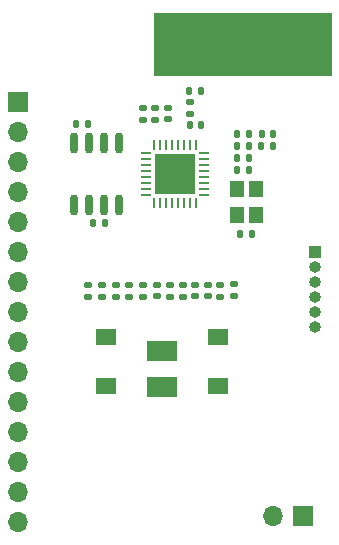
<source format=gbr>
%TF.GenerationSoftware,KiCad,Pcbnew,(6.0.0)*%
%TF.CreationDate,2022-02-12T21:43:18+08:00*%
%TF.ProjectId,esp8266,65737038-3236-4362-9e6b-696361645f70,rev?*%
%TF.SameCoordinates,Original*%
%TF.FileFunction,Soldermask,Top*%
%TF.FilePolarity,Negative*%
%FSLAX46Y46*%
G04 Gerber Fmt 4.6, Leading zero omitted, Abs format (unit mm)*
G04 Created by KiCad (PCBNEW (6.0.0)) date 2022-02-12 21:43:18*
%MOMM*%
%LPD*%
G01*
G04 APERTURE LIST*
G04 Aperture macros list*
%AMRoundRect*
0 Rectangle with rounded corners*
0 $1 Rounding radius*
0 $2 $3 $4 $5 $6 $7 $8 $9 X,Y pos of 4 corners*
0 Add a 4 corners polygon primitive as box body*
4,1,4,$2,$3,$4,$5,$6,$7,$8,$9,$2,$3,0*
0 Add four circle primitives for the rounded corners*
1,1,$1+$1,$2,$3*
1,1,$1+$1,$4,$5*
1,1,$1+$1,$6,$7*
1,1,$1+$1,$8,$9*
0 Add four rect primitives between the rounded corners*
20,1,$1+$1,$2,$3,$4,$5,0*
20,1,$1+$1,$4,$5,$6,$7,0*
20,1,$1+$1,$6,$7,$8,$9,0*
20,1,$1+$1,$8,$9,$2,$3,0*%
G04 Aperture macros list end*
%ADD10C,0.120000*%
%ADD11RoundRect,0.135000X-0.185000X0.135000X-0.185000X-0.135000X0.185000X-0.135000X0.185000X0.135000X0*%
%ADD12RoundRect,0.147500X-0.147500X-0.172500X0.147500X-0.172500X0.147500X0.172500X-0.147500X0.172500X0*%
%ADD13RoundRect,0.147500X-0.172500X0.147500X-0.172500X-0.147500X0.172500X-0.147500X0.172500X0.147500X0*%
%ADD14RoundRect,0.062500X-0.062500X0.375000X-0.062500X-0.375000X0.062500X-0.375000X0.062500X0.375000X0*%
%ADD15RoundRect,0.062500X-0.375000X0.062500X-0.375000X-0.062500X0.375000X-0.062500X0.375000X0.062500X0*%
%ADD16R,3.450000X3.450000*%
%ADD17RoundRect,0.140000X-0.170000X0.140000X-0.170000X-0.140000X0.170000X-0.140000X0.170000X0.140000X0*%
%ADD18RoundRect,0.140000X0.140000X0.170000X-0.140000X0.170000X-0.140000X-0.170000X0.140000X-0.170000X0*%
%ADD19RoundRect,0.135000X-0.135000X-0.185000X0.135000X-0.185000X0.135000X0.185000X-0.135000X0.185000X0*%
%ADD20R,1.700000X1.700000*%
%ADD21O,1.700000X1.700000*%
%ADD22RoundRect,0.135000X0.135000X0.185000X-0.135000X0.185000X-0.135000X-0.185000X0.135000X-0.185000X0*%
%ADD23R,1.800000X1.350000*%
%ADD24R,2.600000X1.800000*%
%ADD25O,0.700000X1.800000*%
%ADD26R,1.000000X1.000000*%
%ADD27O,1.000000X1.000000*%
%ADD28RoundRect,0.140000X-0.140000X-0.170000X0.140000X-0.170000X0.140000X0.170000X-0.140000X0.170000X0*%
%ADD29RoundRect,0.135000X0.185000X-0.135000X0.185000X0.135000X-0.185000X0.135000X-0.185000X-0.135000X0*%
%ADD30R,1.150000X1.400000*%
G04 APERTURE END LIST*
D10*
%TO.C,E1*%
X144844000Y-110974078D02*
X129844000Y-110974078D01*
X129844000Y-110974078D02*
X129844000Y-105774078D01*
X129844000Y-105774078D02*
X144844000Y-105774078D01*
X144844000Y-105774078D02*
X144844000Y-110974078D01*
G36*
X144844000Y-110974078D02*
G01*
X129844000Y-110974078D01*
X129844000Y-105774078D01*
X144844000Y-105774078D01*
X144844000Y-110974078D01*
G37*
X144844000Y-110974078D02*
X129844000Y-110974078D01*
X129844000Y-105774078D01*
X144844000Y-105774078D01*
X144844000Y-110974078D01*
%TD*%
D11*
%TO.C,R9*%
X136608000Y-128733000D03*
X136608000Y-129753000D03*
%TD*%
D12*
%TO.C,L1*%
X132887000Y-115250000D03*
X133857000Y-115250000D03*
%TD*%
D11*
%TO.C,R8*%
X131246501Y-128745207D03*
X131246501Y-129765207D03*
%TD*%
D13*
%TO.C,D2*%
X134421610Y-128778000D03*
X134421610Y-129748000D03*
%TD*%
D14*
%TO.C,U1*%
X133392000Y-116942500D03*
X132892000Y-116942500D03*
X132392000Y-116942500D03*
X131892000Y-116942500D03*
X131392000Y-116942500D03*
X130892000Y-116942500D03*
X130392000Y-116942500D03*
X129892000Y-116942500D03*
D15*
X129204500Y-117630000D03*
X129204500Y-118130000D03*
X129204500Y-118630000D03*
X129204500Y-119130000D03*
X129204500Y-119630000D03*
X129204500Y-120130000D03*
X129204500Y-120630000D03*
X129204500Y-121130000D03*
D14*
X129892000Y-121817500D03*
X130392000Y-121817500D03*
X130892000Y-121817500D03*
X131392000Y-121817500D03*
X131892000Y-121817500D03*
X132392000Y-121817500D03*
X132892000Y-121817500D03*
X133392000Y-121817500D03*
D15*
X134079500Y-121130000D03*
X134079500Y-120630000D03*
X134079500Y-120130000D03*
X134079500Y-119630000D03*
X134079500Y-119130000D03*
X134079500Y-118630000D03*
X134079500Y-118130000D03*
X134079500Y-117630000D03*
D16*
X131642000Y-119380000D03*
%TD*%
D11*
%TO.C,R5*%
X135493220Y-128753000D03*
X135493220Y-129773000D03*
%TD*%
D17*
%TO.C,C2*%
X131016006Y-113800000D03*
X131016006Y-114760000D03*
%TD*%
D18*
%TO.C,C7*%
X139932000Y-115965000D03*
X138972000Y-115965000D03*
%TD*%
D19*
%TO.C,R11*%
X138922000Y-116970000D03*
X139942000Y-116970000D03*
%TD*%
D20*
%TO.C,J4*%
X118364000Y-113284000D03*
D21*
X118364000Y-115824000D03*
X118364000Y-118364000D03*
X118364000Y-120904000D03*
X118364000Y-123444000D03*
X118364000Y-125984000D03*
X118364000Y-128524000D03*
X118364000Y-131064000D03*
X118364000Y-133604000D03*
X118364000Y-136144000D03*
X118364000Y-138684000D03*
X118364000Y-141224000D03*
X118364000Y-143764000D03*
X118364000Y-146304000D03*
X118364000Y-148844000D03*
%TD*%
D22*
%TO.C,R14*%
X125699000Y-123500000D03*
X124679000Y-123500000D03*
%TD*%
D23*
%TO.C,SW2*%
X125791000Y-133152500D03*
X125791000Y-137302500D03*
%TD*%
D22*
%TO.C,R13*%
X124275000Y-115150000D03*
X123255000Y-115150000D03*
%TD*%
D18*
%TO.C,C3*%
X137882000Y-118000000D03*
X136922000Y-118000000D03*
%TD*%
D22*
%TO.C,R3*%
X137932000Y-116995000D03*
X136912000Y-116995000D03*
%TD*%
D24*
%TO.C,C1*%
X130556000Y-134390000D03*
X130556000Y-137390000D03*
%TD*%
D18*
%TO.C,C9*%
X137894358Y-119055837D03*
X136934358Y-119055837D03*
%TD*%
D25*
%TO.C,U2*%
X123065000Y-121980000D03*
X124335000Y-121980000D03*
X125605000Y-121980000D03*
X126875000Y-121980000D03*
X126875000Y-116780000D03*
X125605000Y-116780000D03*
X124335000Y-116780000D03*
X123065000Y-116780000D03*
%TD*%
D26*
%TO.C,J2*%
X143510000Y-125984000D03*
D27*
X143510000Y-127254000D03*
X143510000Y-128524000D03*
X143510000Y-129794000D03*
X143510000Y-131064000D03*
X143510000Y-132334000D03*
%TD*%
D13*
%TO.C,D3*%
X133350000Y-128778000D03*
X133350000Y-129748000D03*
%TD*%
D28*
%TO.C,C8*%
X137190000Y-124460000D03*
X138150000Y-124460000D03*
%TD*%
D13*
%TO.C,D1*%
X130089724Y-128770207D03*
X130089724Y-129740207D03*
%TD*%
D11*
%TO.C,R4*%
X125462616Y-128745207D03*
X125462616Y-129765207D03*
%TD*%
%TO.C,R15*%
X128896006Y-113790000D03*
X128896006Y-114810000D03*
%TD*%
D17*
%TO.C,C5*%
X132901030Y-113325654D03*
X132901030Y-114285654D03*
%TD*%
D23*
%TO.C,SW1*%
X135321000Y-133152500D03*
X135321000Y-137302500D03*
%TD*%
D20*
%TO.C,J1*%
X142494000Y-148336000D03*
D21*
X139954000Y-148336000D03*
%TD*%
D18*
%TO.C,C4*%
X137882000Y-115990000D03*
X136922000Y-115990000D03*
%TD*%
D11*
%TO.C,R10*%
X127776170Y-128745207D03*
X127776170Y-129765207D03*
%TD*%
D18*
%TO.C,C6*%
X133812687Y-112368194D03*
X132852687Y-112368194D03*
%TD*%
D11*
%TO.C,R12*%
X124305839Y-128745207D03*
X124305839Y-129765207D03*
%TD*%
%TO.C,R2*%
X128932947Y-128745207D03*
X128932947Y-129765207D03*
%TD*%
%TO.C,R6*%
X132320000Y-128753000D03*
X132320000Y-129773000D03*
%TD*%
%TO.C,R1*%
X126619393Y-128745207D03*
X126619393Y-129765207D03*
%TD*%
D29*
%TO.C,R7*%
X129961006Y-114810000D03*
X129961006Y-113790000D03*
%TD*%
D30*
%TO.C,Y1*%
X136871152Y-120649257D03*
X136871152Y-122849257D03*
X138471152Y-122849257D03*
X138471152Y-120649257D03*
%TD*%
M02*

</source>
